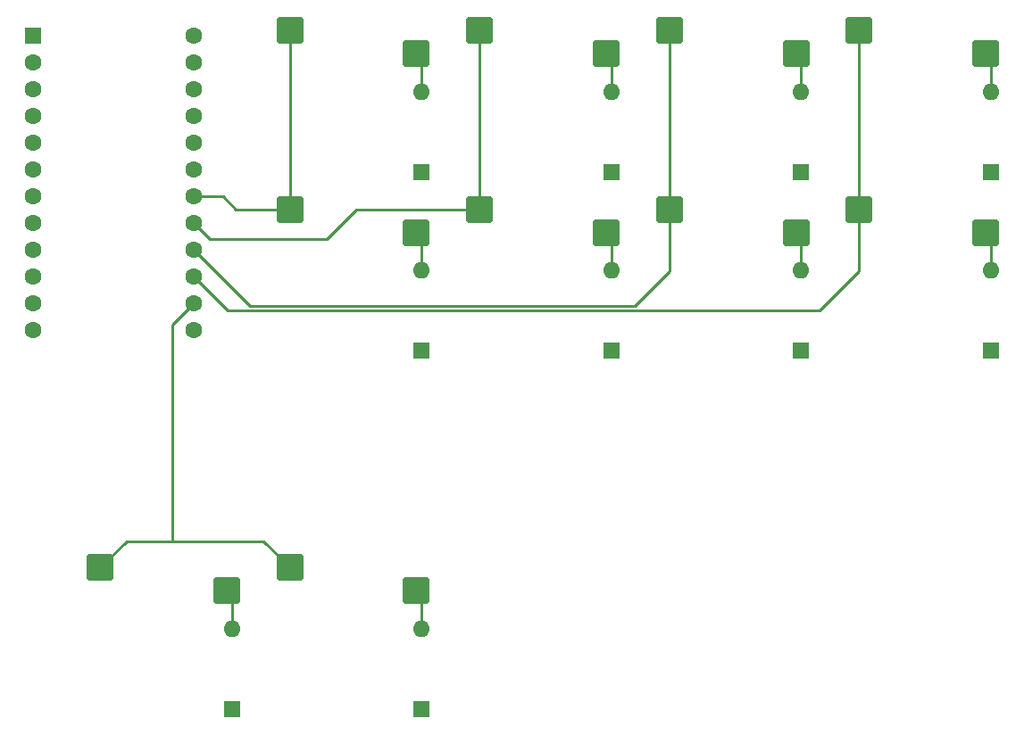
<source format=gbr>
%TF.GenerationSoftware,KiCad,Pcbnew,(6.0.9)*%
%TF.CreationDate,2022-12-21T17:39:27+05:00*%
%TF.ProjectId,vsrgkb-right,76737267-6b62-42d7-9269-6768742e6b69,rev?*%
%TF.SameCoordinates,Original*%
%TF.FileFunction,Copper,L2,Bot*%
%TF.FilePolarity,Positive*%
%FSLAX46Y46*%
G04 Gerber Fmt 4.6, Leading zero omitted, Abs format (unit mm)*
G04 Created by KiCad (PCBNEW (6.0.9)) date 2022-12-21 17:39:27*
%MOMM*%
%LPD*%
G01*
G04 APERTURE LIST*
G04 Aperture macros list*
%AMRoundRect*
0 Rectangle with rounded corners*
0 $1 Rounding radius*
0 $2 $3 $4 $5 $6 $7 $8 $9 X,Y pos of 4 corners*
0 Add a 4 corners polygon primitive as box body*
4,1,4,$2,$3,$4,$5,$6,$7,$8,$9,$2,$3,0*
0 Add four circle primitives for the rounded corners*
1,1,$1+$1,$2,$3*
1,1,$1+$1,$4,$5*
1,1,$1+$1,$6,$7*
1,1,$1+$1,$8,$9*
0 Add four rect primitives between the rounded corners*
20,1,$1+$1,$2,$3,$4,$5,0*
20,1,$1+$1,$4,$5,$6,$7,0*
20,1,$1+$1,$6,$7,$8,$9,0*
20,1,$1+$1,$8,$9,$2,$3,0*%
G04 Aperture macros list end*
%TA.AperFunction,ComponentPad*%
%ADD10R,1.600000X1.600000*%
%TD*%
%TA.AperFunction,ComponentPad*%
%ADD11O,1.600000X1.600000*%
%TD*%
%TA.AperFunction,SMDPad,CuDef*%
%ADD12RoundRect,0.250000X-1.025000X-1.000000X1.025000X-1.000000X1.025000X1.000000X-1.025000X1.000000X0*%
%TD*%
%TA.AperFunction,ComponentPad*%
%ADD13C,1.600000*%
%TD*%
%TA.AperFunction,Conductor*%
%ADD14C,0.250000*%
%TD*%
G04 APERTURE END LIST*
D10*
%TO.P,D9,1,K*%
%TO.N,/row2*%
X150750000Y-79687500D03*
D11*
%TO.P,D9,2,A*%
%TO.N,Net-(D9-Pad2)*%
X150750000Y-72067500D03*
%TD*%
D12*
%TO.P,SW8,1,1*%
%TO.N,/col3*%
X120250000Y-66250000D03*
%TO.P,SW8,2,2*%
%TO.N,Net-(D8-Pad2)*%
X132250000Y-68450000D03*
%TD*%
%TO.P,SW10,2,2*%
%TO.N,Net-(D10-Pad2)*%
X96250000Y-102450000D03*
%TO.P,SW10,1,1*%
%TO.N,/col5*%
X84250000Y-100250000D03*
%TD*%
%TO.P,SW4,1,1*%
%TO.N,/col4*%
X138250000Y-49250000D03*
%TO.P,SW4,2,2*%
%TO.N,Net-(D4-Pad2)*%
X150250000Y-51450000D03*
%TD*%
D10*
%TO.P,D6,1,K*%
%TO.N,/row2*%
X96750000Y-79687500D03*
D11*
%TO.P,D6,2,A*%
%TO.N,Net-(D6-Pad2)*%
X96750000Y-72067500D03*
%TD*%
D10*
%TO.P,D2,1,K*%
%TO.N,/row1*%
X114750000Y-62687500D03*
D11*
%TO.P,D2,2,A*%
%TO.N,Net-(D2-Pad2)*%
X114750000Y-55067500D03*
%TD*%
D10*
%TO.P,D10,1,K*%
%TO.N,/row2*%
X96750000Y-113687500D03*
D11*
%TO.P,D10,2,A*%
%TO.N,Net-(D10-Pad2)*%
X96750000Y-106067500D03*
%TD*%
D12*
%TO.P,SW3,1,1*%
%TO.N,/col3*%
X120250000Y-49250000D03*
%TO.P,SW3,2,2*%
%TO.N,Net-(D3-Pad2)*%
X132250000Y-51450000D03*
%TD*%
%TO.P,SW5,1,1*%
%TO.N,/col5*%
X66250000Y-100250000D03*
%TO.P,SW5,2,2*%
%TO.N,Net-(D5-Pad2)*%
X78250000Y-102450000D03*
%TD*%
D11*
%TO.P,D7,2,A*%
%TO.N,Net-(D7-Pad2)*%
X114750000Y-72067500D03*
D10*
%TO.P,D7,1,K*%
%TO.N,/row2*%
X114750000Y-79687500D03*
%TD*%
%TO.P,U1,1,TX*%
%TO.N,unconnected-(U1-Pad1)*%
X59880000Y-49780000D03*
D13*
%TO.P,U1,2,RX*%
%TO.N,unconnected-(U1-Pad2)*%
X59880000Y-52320000D03*
%TO.P,U1,3,GND*%
%TO.N,unconnected-(U1-Pad3)*%
X59880000Y-54860000D03*
%TO.P,U1,4,GND*%
%TO.N,Net-(U1-Pad4)*%
X59880000Y-57400000D03*
%TO.P,U1,5,SDA*%
%TO.N,unconnected-(U1-Pad5)*%
X59880000Y-59940000D03*
%TO.P,U1,6,SCL*%
%TO.N,unconnected-(U1-Pad6)*%
X59880000Y-62480000D03*
%TO.P,U1,7,D4*%
%TO.N,unconnected-(U1-Pad7)*%
X59880000Y-65020000D03*
%TO.P,U1,8,C6*%
%TO.N,unconnected-(U1-Pad8)*%
X59880000Y-67560000D03*
%TO.P,U1,9,D7*%
%TO.N,unconnected-(U1-Pad9)*%
X59880000Y-70100000D03*
%TO.P,U1,10,E6*%
%TO.N,unconnected-(U1-Pad10)*%
X59880000Y-72640000D03*
%TO.P,U1,11,B4*%
%TO.N,unconnected-(U1-Pad11)*%
X59880000Y-75180000D03*
%TO.P,U1,12,B5*%
%TO.N,Net-(J1-PadR1)*%
X59880000Y-77720000D03*
%TO.P,U1,13,B6*%
%TO.N,/row2*%
X75120000Y-77720000D03*
%TO.P,U1,14,B2*%
%TO.N,/col5*%
X75120000Y-75180000D03*
%TO.P,U1,15,B3*%
%TO.N,/col4*%
X75120000Y-72640000D03*
%TO.P,U1,16,B1*%
%TO.N,/col3*%
X75120000Y-70100000D03*
%TO.P,U1,17,F7*%
%TO.N,/col2*%
X75120000Y-67560000D03*
%TO.P,U1,18,F6*%
%TO.N,/col1*%
X75120000Y-65020000D03*
%TO.P,U1,19,F5*%
%TO.N,/row1*%
X75120000Y-62480000D03*
%TO.P,U1,20,F4*%
%TO.N,unconnected-(U1-Pad20)*%
X75120000Y-59940000D03*
%TO.P,U1,21,VCC*%
%TO.N,Net-(J1-PadT)*%
X75120000Y-57400000D03*
%TO.P,U1,22,RST*%
%TO.N,unconnected-(U1-Pad22)*%
X75120000Y-54860000D03*
%TO.P,U1,23,GND*%
%TO.N,unconnected-(U1-Pad23)*%
X75120000Y-52320000D03*
%TO.P,U1,24,RAW*%
%TO.N,unconnected-(U1-Pad24)*%
X75120000Y-49780000D03*
%TD*%
D12*
%TO.P,SW1,1,1*%
%TO.N,/col1*%
X84250000Y-49250000D03*
%TO.P,SW1,2,2*%
%TO.N,Net-(D1-Pad2)*%
X96250000Y-51450000D03*
%TD*%
%TO.P,SW7,1,1*%
%TO.N,/col2*%
X102250000Y-66250000D03*
%TO.P,SW7,2,2*%
%TO.N,Net-(D7-Pad2)*%
X114250000Y-68450000D03*
%TD*%
D10*
%TO.P,D4,1,K*%
%TO.N,/row1*%
X150750000Y-62687500D03*
D11*
%TO.P,D4,2,A*%
%TO.N,Net-(D4-Pad2)*%
X150750000Y-55067500D03*
%TD*%
D12*
%TO.P,SW2,1,1*%
%TO.N,/col2*%
X102250000Y-49250000D03*
%TO.P,SW2,2,2*%
%TO.N,Net-(D2-Pad2)*%
X114250000Y-51450000D03*
%TD*%
D10*
%TO.P,D3,1,K*%
%TO.N,/row1*%
X132750000Y-62687500D03*
D11*
%TO.P,D3,2,A*%
%TO.N,Net-(D3-Pad2)*%
X132750000Y-55067500D03*
%TD*%
D10*
%TO.P,D8,1,K*%
%TO.N,/row2*%
X132750000Y-79687500D03*
D11*
%TO.P,D8,2,A*%
%TO.N,Net-(D8-Pad2)*%
X132750000Y-72067500D03*
%TD*%
D10*
%TO.P,D1,1,K*%
%TO.N,/row1*%
X96750000Y-62687500D03*
D11*
%TO.P,D1,2,A*%
%TO.N,Net-(D1-Pad2)*%
X96750000Y-55067500D03*
%TD*%
D12*
%TO.P,SW6,1,1*%
%TO.N,/col1*%
X84250000Y-66250000D03*
%TO.P,SW6,2,2*%
%TO.N,Net-(D6-Pad2)*%
X96250000Y-68450000D03*
%TD*%
D10*
%TO.P,D5,1,K*%
%TO.N,/row1*%
X78750000Y-113687500D03*
D11*
%TO.P,D5,2,A*%
%TO.N,Net-(D5-Pad2)*%
X78750000Y-106067500D03*
%TD*%
D12*
%TO.P,SW9,1,1*%
%TO.N,/col4*%
X138250000Y-66250000D03*
%TO.P,SW9,2,2*%
%TO.N,Net-(D9-Pad2)*%
X150250000Y-68450000D03*
%TD*%
D14*
%TO.N,/col5*%
X73125000Y-97750000D02*
X81750000Y-97750000D01*
X81750000Y-97750000D02*
X84250000Y-100250000D01*
X66250000Y-100250000D02*
X68750000Y-97750000D01*
X68750000Y-97750000D02*
X73125000Y-97750000D01*
X75120000Y-75180000D02*
X73125000Y-77175000D01*
X73125000Y-77175000D02*
X73125000Y-97750000D01*
%TO.N,/col4*%
X138250000Y-66250000D02*
X138250000Y-72123835D01*
X138250000Y-72123835D02*
X134486335Y-75887500D01*
X134486335Y-75887500D02*
X78367500Y-75887500D01*
X78367500Y-75887500D02*
X75120000Y-72640000D01*
%TO.N,/col3*%
X120250000Y-66250000D02*
X120250000Y-72123835D01*
X120250000Y-72123835D02*
X116936335Y-75437500D01*
X116936335Y-75437500D02*
X80457500Y-75437500D01*
X80457500Y-75437500D02*
X75120000Y-70100000D01*
%TO.N,/col2*%
X102250000Y-66250000D02*
X90537008Y-66250000D01*
X90537008Y-66250000D02*
X87724508Y-69062500D01*
X87724508Y-69062500D02*
X76622500Y-69062500D01*
X76622500Y-69062500D02*
X75120000Y-67560000D01*
%TO.N,/col1*%
X84250000Y-66250000D02*
X79125000Y-66250000D01*
X79125000Y-66250000D02*
X77895000Y-65020000D01*
X77895000Y-65020000D02*
X75120000Y-65020000D01*
X84250000Y-49250000D02*
X84250000Y-66250000D01*
%TO.N,Net-(D10-Pad2)*%
X96250000Y-102450000D02*
X96750000Y-102950000D01*
X96750000Y-102950000D02*
X96750000Y-106067500D01*
%TO.N,Net-(D5-Pad2)*%
X78250000Y-102450000D02*
X78750000Y-102950000D01*
X78750000Y-102950000D02*
X78750000Y-106067500D01*
%TO.N,Net-(D1-Pad2)*%
X96250000Y-51450000D02*
X96750000Y-51950000D01*
X96750000Y-51950000D02*
X96750000Y-55067500D01*
%TO.N,Net-(D2-Pad2)*%
X114250000Y-51450000D02*
X114750000Y-51950000D01*
X114750000Y-51950000D02*
X114750000Y-55067500D01*
%TO.N,Net-(D3-Pad2)*%
X132250000Y-51450000D02*
X132750000Y-51950000D01*
X132750000Y-51950000D02*
X132750000Y-55067500D01*
%TO.N,Net-(D4-Pad2)*%
X150250000Y-51450000D02*
X150750000Y-51950000D01*
X150750000Y-51950000D02*
X150750000Y-55067500D01*
%TO.N,Net-(D9-Pad2)*%
X150250000Y-68450000D02*
X150750000Y-68950000D01*
X150750000Y-68950000D02*
X150750000Y-72067500D01*
%TO.N,Net-(D8-Pad2)*%
X132250000Y-68450000D02*
X132750000Y-68950000D01*
X132750000Y-68950000D02*
X132750000Y-72067500D01*
%TO.N,Net-(D7-Pad2)*%
X114250000Y-68450000D02*
X114750000Y-68950000D01*
X114750000Y-68950000D02*
X114750000Y-72067500D01*
%TO.N,Net-(D6-Pad2)*%
X96250000Y-68450000D02*
X96750000Y-68950000D01*
X96750000Y-68950000D02*
X96750000Y-72067500D01*
%TO.N,/col2*%
X102250000Y-49250000D02*
X102250000Y-66250000D01*
%TO.N,/col3*%
X120250000Y-49250000D02*
X120250000Y-66250000D01*
%TO.N,/col4*%
X138250000Y-49250000D02*
X138250000Y-66250000D01*
%TD*%
M02*

</source>
